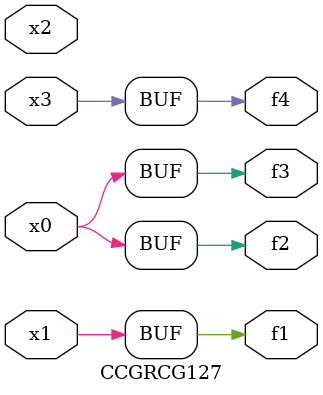
<source format=v>
module CCGRCG127(
	input x0, x1, x2, x3,
	output f1, f2, f3, f4
);
	assign f1 = x1;
	assign f2 = x0;
	assign f3 = x0;
	assign f4 = x3;
endmodule

</source>
